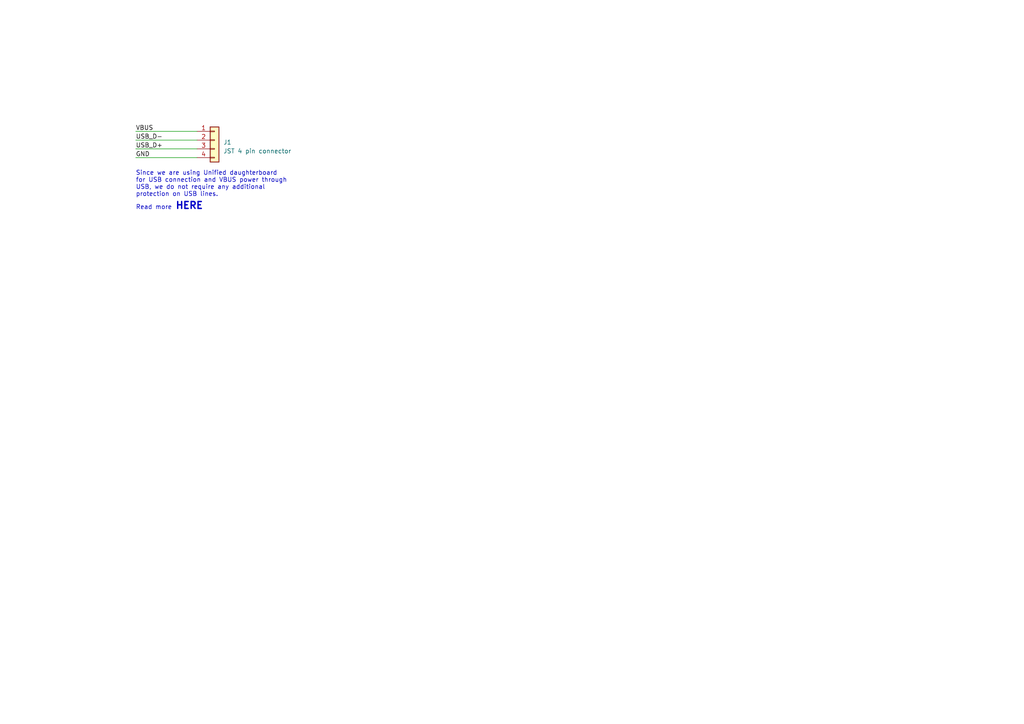
<source format=kicad_sch>
(kicad_sch (version 20230121) (generator eeschema)
  (paper "A4")
  (lib_symbols
    (symbol "Connector_Generic:Conn_01x04" (pin_names (offset 1.016) hide)
      (property "Reference" "J" (at 0 5.08 0))
      (property "Value" "Conn_01x04" (at 0 -7.62 0))
      (symbol "Conn_01x04_1_1"
        (rectangle (start -1.27 -4.953) (end 0 -5.207) (stroke (width 0.1524)))
        (rectangle (start -1.27 -2.413) (end 0 -2.667) (stroke (width 0.1524)))
        (rectangle (start -1.27 0.127) (end 0 -0.127) (stroke (width 0.1524)))
        (rectangle (start -1.27 2.667) (end 0 2.413) (stroke (width 0.1524)))
        (rectangle (start -1.27 3.81) (end 1.27 -6.35) (stroke (width 0.254)) (fill (type background)))
        (pin passive line (at -5.08 2.54 0) (length 3.81) (name "Pin_1") (number "1"))
        (pin passive line (at -5.08 0 0) (length 3.81) (name "Pin_2") (number "2"))
        (pin passive line (at -5.08 -2.54 0) (length 3.81) (name "Pin_3") (number "3"))
        (pin passive line (at -5.08 -5.08 0) (length 3.81) (name "Pin_4") (number "4"))
      )
    )
  )
  (wire (pts (xy 39.37 40.64) (xy 57.15 40.64)))
  (wire (pts (xy 39.37 43.18) (xy 57.15 43.18)))
  (wire (pts (xy 39.37 38.1) (xy 57.15 38.1)))
  (wire (pts (xy 39.37 45.72) (xy 57.15 45.72)))
  (text "Read more " (at 39.37 60.96 0) (effects (font (size 1.27 1.27)) (justify left bottom)))
  (text "Since we are using Unified daughterboard\nfor USB connection and VBUS power through\nUSB, we do not require any additional \nprotection on USB lines." (at 39.37 57.15 0) (effects (font (size 1.27 1.27)) (justify left bottom)))
  (text "HERE\n" (at 50.8 60.96 0) (effects (font (size 2 2) (thickness 0.4) bold) (justify left bottom)))
  (label "VBUS" (at 39.37 38.1 0))
  (label "USB_D-" (at 39.37 40.64 0))
  (label "USB_D+" (at 39.37 43.18 0))
  (label "GND" (at 39.37 45.72 0))
  (symbol (lib_id "Connector_Generic:Conn_01x04") (at 62.23 40.64 0) (unit 1)
    (property "Reference" "J1" (at 64.77 41.275 0) (effects (justify left)))
    (property "Value" "JST 4 pin connector" (at 64.77 43.815 0) (effects (justify left)))
    (property "Datasheet" "https://datasheet.lcsc.com/lcsc/1811151533_JST-Sales-America-SM04B-SRSS-TB-LF-SN_C160404.pdf" (effects hide))
    (property "LCSC PN" "C160404" (effects hide))
  )
)
</source>
